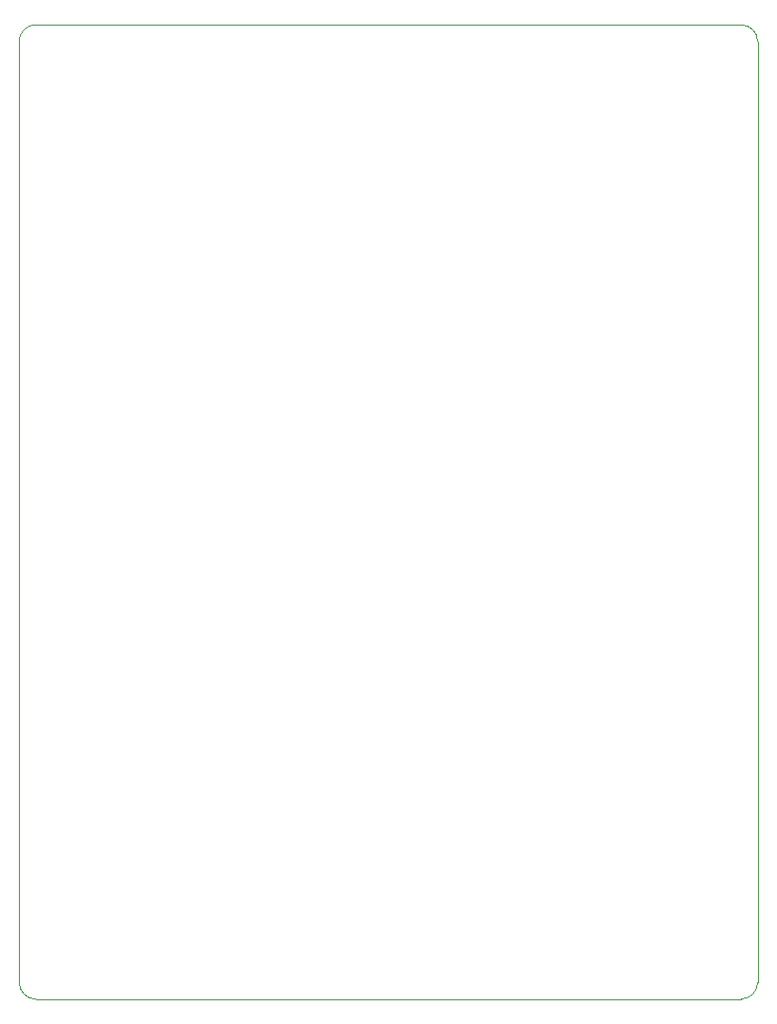
<source format=gbr>
%TF.GenerationSoftware,KiCad,Pcbnew,(6.0.2)*%
%TF.CreationDate,2022-03-08T08:53:01-06:00*%
%TF.ProjectId,FundamentalsRobot,46756e64-616d-4656-9e74-616c73526f62,rev?*%
%TF.SameCoordinates,Original*%
%TF.FileFunction,Profile,NP*%
%FSLAX46Y46*%
G04 Gerber Fmt 4.6, Leading zero omitted, Abs format (unit mm)*
G04 Created by KiCad (PCBNEW (6.0.2)) date 2022-03-08 08:53:01*
%MOMM*%
%LPD*%
G01*
G04 APERTURE LIST*
%TA.AperFunction,Profile*%
%ADD10C,0.100000*%
%TD*%
G04 APERTURE END LIST*
D10*
X96000000Y-139500000D02*
G75*
G03*
X97500000Y-141000000I1500001J1D01*
G01*
X162000000Y-55500000D02*
X162000000Y-139500000D01*
X160500000Y-141000000D02*
X97500000Y-141000000D01*
X160500000Y-141000000D02*
G75*
G03*
X162000000Y-139500000I-1J1500001D01*
G01*
X97500000Y-54000000D02*
X160500000Y-54000000D01*
X96000000Y-139500000D02*
X96000000Y-55500000D01*
X162000000Y-55500000D02*
G75*
G03*
X160500000Y-54000000I-1500001J-1D01*
G01*
X97500000Y-54000000D02*
G75*
G03*
X96000000Y-55500000I1J-1500001D01*
G01*
M02*

</source>
